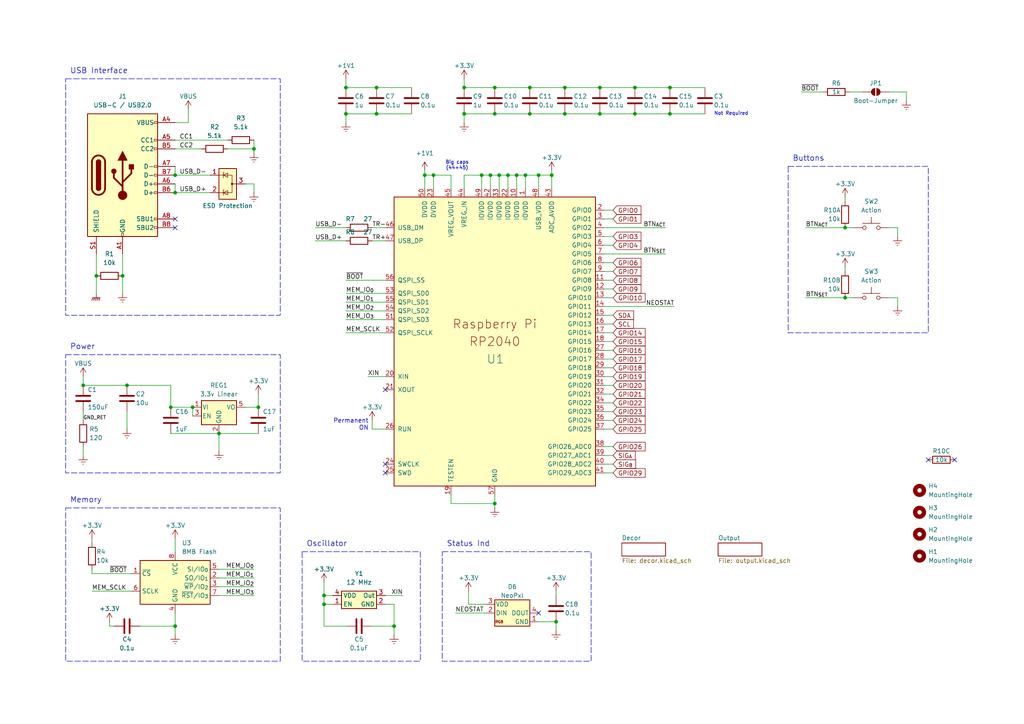
<source format=kicad_sch>
(kicad_sch (version 20231120) (generator "eeschema") (generator_version "8.0")
  (paper "A4")
  (lib_symbols
    (symbol "CAP_Standard_1" (pin_numbers hide) (pin_names (offset 0.254))
      (property "Reference" "C" (at 0.635 2.54 0))
      (property "Value" "CAP_Standard" (at 0.635 -2.54 0))
      (symbol "CAP_Standard_1_1_1"
        (pin passive line (at 0 3.81 270) (length 2.794) (name "~") (number "1"))
        (pin passive line (at 0 -3.81 90) (length 2.794) (name "~") (number "2"))
      )
    )
    (symbol "CAP_Standard_2" (pin_numbers hide) (pin_names (offset 0.254))
      (property "Reference" "C" (at 0.635 2.54 0))
      (property "Value" "CAP_Standard" (at 0.635 -2.54 0))
      (symbol "CAP_Standard_2_1_1"
        (pin passive line (at 0 3.81 270) (length 2.794) (name "~") (number "1"))
        (pin passive line (at 0 -3.81 90) (length 2.794) (name "~") (number "2"))
      )
    )
    (symbol "CAP_Standard_3" (pin_numbers hide) (pin_names (offset 0.254))
      (property "Reference" "C" (at 0.635 2.54 0))
      (property "Value" "CAP_Standard" (at 0.635 -2.54 0))
      (symbol "CAP_Standard_3_1_1"
        (pin passive line (at 0 3.81 270) (length 2.794) (name "~") (number "1"))
        (pin passive line (at 0 -3.81 90) (length 2.794) (name "~") (number "2"))
      )
    )
    (symbol "SW_Button_Push_1" (pin_numbers hide) (pin_names (offset 1.016) hide)
      (property "Reference" "SW" (at 1.27 2.54 0))
      (property "Value" "SW_Button_Push" (at 0 -1.524 0))
      (symbol "SW_Button_Push_1_0_1"
        (pin passive line (at -5.08 0 0) (length 2.54) (name "1") (number "1"))
        (pin passive line (at 5.08 0 180) (length 2.54) (name "2") (number "2"))
      )
    )
    (symbol "_custom:CAP_Standard" (pin_numbers hide) (pin_names (offset 0.254))
      (property "Reference" "C" (at 0.635 2.54 0))
      (property "Value" "CAP_Standard" (at 0.635 -2.54 0))
      (symbol "CAP_Standard_1_1"
        (pin passive line (at 0 3.81 270) (length 2.794) (name "~") (number "1"))
        (pin passive line (at 0 -3.81 90) (length 2.794) (name "~") (number "2"))
      )
    )
    (symbol "_custom:Flash_Standard"
      (property "Reference" "U" (at 2.54 12.7 0))
      (property "Value" "Flash_Standard" (at 8.89 8.89 0))
      (symbol "Flash_Standard_1_1"
        (pin input line (at -12.7 3.81 0) (length 2.54) (name "~{CS}") (number "1"))
        (pin bidirectional line (at 12.7 2.54 180) (length 2.54) (name "SO/IO_{1}") (number "2"))
        (pin bidirectional line (at 12.7 0 180) (length 2.54) (name "~{WP}/IO_{2}") (number "3"))
        (pin power_in line (at 0 -7.62 90) (length 2.54) (name "GND") (number "4"))
        (pin bidirectional line (at 12.7 5.08 180) (length 2.54) (name "SI/IO_{0}") (number "5"))
        (pin input line (at -12.7 -1.27 0) (length 2.54) (name "SCLK") (number "6"))
        (pin bidirectional line (at 12.7 -2.54 180) (length 2.54) (name "~{RST}/IO_{3}") (number "7"))
        (pin power_in line (at 0 10.16 270) (length 2.54) (name "VCC") (number "8"))
      )
    )
    (symbol "_custom:Jumper_Open" (pin_numbers hide) (pin_names (offset 0) hide) (exclude_from_sim yes) (in_bom no)
      (property "Reference" "JP" (at 0 2.032 0))
      (property "Value" "Jumper" (at 0 -2.54 0))
      (symbol "Jumper_Open_1_1"
        (pin passive line (at -3.81 0 0) (length 2.54) (name "A") (number "1"))
        (pin passive line (at 3.81 0 180) (length 2.54) (name "B") (number "2"))
      )
    )
    (symbol "_custom:LED_NeoPixel" (pin_names (offset 0.254))
      (property "Reference" "D" (at 0 7.62 0))
      (property "Value" "LED_NeoPixel" (at -6.35 6.35 0))
      (symbol "LED_NeoPixel_1_0"
        (text "RGB" (at -2.54 -2.54 0) (effects (font (size 0.762 0.762)) (justify right)))
      )
      (symbol "LED_NeoPixel_1_1"
        (pin power_in line (at 7.62 -2.54 180) (length 2.54) (name "GND") (number "1"))
        (pin input line (at -7.62 0 0) (length 2.54) (name "DIN") (number "2"))
        (pin power_in line (at -7.62 2.54 0) (length 2.54) (name "VDD") (number "3"))
        (pin output line (at 7.62 0 180) (length 2.54) (name "DOUT") (number "4"))
      )
    )
    (symbol "_custom:MountingHole" (pin_names (offset 1.016))
      (property "Reference" "H" (at 0 5.08 0))
      (property "Value" "MountingHole" (at 0 3.175 0))
    )
    (symbol "_custom:Oscillator_4pin"
      (property "Reference" "Y" (at 0 6.35 0))
      (property "Value" "Oscillator_4pin" (at 0 3.81 0))
      (symbol "Oscillator_4pin_1_1"
        (pin input line (at 7.62 1.27 180) (length 2.54) (name "EN") (number "1"))
        (pin power_in line (at -7.62 1.27 0) (length 2.54) (name "GND") (number "2"))
        (pin output line (at -7.62 -1.27 0) (length 2.54) (name "Out") (number "3"))
        (pin power_in line (at 7.62 -1.27 180) (length 2.54) (name "VDD") (number "4"))
      )
    )
    (symbol "_custom:RP2040" (pin_names (offset 1.016))
      (property "Reference" "U" (at -1.27 -5.08 0))
      (property "Value" "RP2040" (at 25.4 -43.18 0))
      (symbol "RP2040_0_0"
        (text "Raspberry Pi" (at 0 5.08 0) (effects (font (size 2.54 2.54))))
        (text "RP2040" (at 0 0 0) (effects (font (size 2.54 2.54))))
      )
      (symbol "RP2040_1_1"
        (pin power_in line (at 8.89 44.45 270) (length 2.54) (name "IOVDD") (number "1"))
        (pin power_in line (at 6.35 44.45 270) (length 2.54) (name "IOVDD") (number "10"))
        (pin bidirectional line (at 31.75 17.78 180) (length 2.54) (name "GPIO8") (number "11"))
        (pin bidirectional line (at 31.75 15.24 180) (length 2.54) (name "GPIO9") (number "12"))
        (pin bidirectional line (at 31.75 12.7 180) (length 2.54) (name "GPIO10") (number "13"))
        (pin bidirectional line (at 31.75 10.16 180) (length 2.54) (name "GPIO11") (number "14"))
        (pin bidirectional line (at 31.75 7.62 180) (length 2.54) (name "GPIO12") (number "15"))
        (pin bidirectional line (at 31.75 5.08 180) (length 2.54) (name "GPIO13") (number "16"))
        (pin bidirectional line (at 31.75 2.54 180) (length 2.54) (name "GPIO14") (number "17"))
        (pin bidirectional line (at 31.75 0 180) (length 2.54) (name "GPIO15") (number "18"))
        (pin passive line (at -12.7 -44.45 90) (length 2.54) (name "TESTEN") (number "19"))
        (pin bidirectional line (at 31.75 38.1 180) (length 2.54) (name "GPIO0") (number "2"))
        (pin input line (at -31.75 -10.16 0) (length 2.54) (name "XIN") (number "20"))
        (pin passive line (at -31.75 -13.97 0) (length 2.54) (name "XOUT") (number "21"))
        (pin power_in line (at 3.81 44.45 270) (length 2.54) (name "IOVDD") (number "22"))
        (pin power_in line (at -17.78 44.45 270) (length 2.54) (name "DVDD") (number "23"))
        (pin output line (at -31.75 -35.56 0) (length 2.54) (name "SWCLK") (number "24"))
        (pin bidirectional line (at -31.75 -38.1 0) (length 2.54) (name "SWD") (number "25"))
        (pin input line (at -31.75 -25.4 0) (length 2.54) (name "RUN") (number "26"))
        (pin bidirectional line (at 31.75 -2.54 180) (length 2.54) (name "GPIO16") (number "27"))
        (pin bidirectional line (at 31.75 -5.08 180) (length 2.54) (name "GPIO17") (number "28"))
        (pin bidirectional line (at 31.75 -7.62 180) (length 2.54) (name "GPIO18") (number "29"))
        (pin bidirectional line (at 31.75 35.56 180) (length 2.54) (name "GPIO1") (number "3"))
        (pin bidirectional line (at 31.75 -10.16 180) (length 2.54) (name "GPIO19") (number "30"))
        (pin bidirectional line (at 31.75 -12.7 180) (length 2.54) (name "GPIO20") (number "31"))
        (pin bidirectional line (at 31.75 -15.24 180) (length 2.54) (name "GPIO21") (number "32"))
        (pin power_in line (at 1.27 44.45 270) (length 2.54) (name "IOVDD") (number "33"))
        (pin bidirectional line (at 31.75 -17.78 180) (length 2.54) (name "GPIO22") (number "34"))
        (pin bidirectional line (at 31.75 -20.32 180) (length 2.54) (name "GPIO23") (number "35"))
        (pin bidirectional line (at 31.75 -22.86 180) (length 2.54) (name "GPIO24") (number "36"))
        (pin bidirectional line (at 31.75 -25.4 180) (length 2.54) (name "GPIO25") (number "37"))
        (pin bidirectional line (at 31.75 -30.48 180) (length 2.54) (name "GPIO26_ADC0") (number "38"))
        (pin bidirectional line (at 31.75 -33.02 180) (length 2.54) (name "GPIO27_ADC1") (number "39"))
        (pin bidirectional line (at 31.75 33.02 180) (length 2.54) (name "GPIO2") (number "4"))
        (pin bidirectional line (at 31.75 -35.56 180) (length 2.54) (name "GPIO28_ADC2") (number "40"))
        (pin bidirectional line (at 31.75 -38.1 180) (length 2.54) (name "GPIO29_ADC3") (number "41"))
        (pin power_in line (at -1.27 44.45 270) (length 2.54) (name "IOVDD") (number "42"))
        (pin power_in line (at 16.51 44.45 270) (length 2.54) (name "ADC_AVDD") (number "43"))
        (pin power_in line (at -8.89 44.45 270) (length 2.54) (name "VREG_IN") (number "44"))
        (pin power_out line (at -12.7 44.45 270) (length 2.54) (name "VREG_VOUT") (number "45"))
        (pin bidirectional line (at -31.75 33.02 0) (length 2.54) (name "USB_DM") (number "46"))
        (pin bidirectional line (at -31.75 29.21 0) (length 2.54) (name "USB_DP") (number "47"))
        (pin power_in line (at 12.7 44.45 270) (length 2.54) (name "USB_VDD") (number "48"))
        (pin power_in line (at -3.81 44.45 270) (length 2.54) (name "IOVDD") (number "49"))
        (pin bidirectional line (at 31.75 30.48 180) (length 2.54) (name "GPIO3") (number "5"))
        (pin power_in line (at -20.32 44.45 270) (length 2.54) (name "DVDD") (number "50"))
        (pin bidirectional line (at -31.75 6.35 0) (length 2.54) (name "QSPI_SD3") (number "51"))
        (pin output line (at -31.75 2.54 0) (length 2.54) (name "QSPI_SCLK") (number "52"))
        (pin bidirectional line (at -31.75 13.97 0) (length 2.54) (name "QSPI_SD0") (number "53"))
        (pin bidirectional line (at -31.75 8.89 0) (length 2.54) (name "QSPI_SD2") (number "54"))
        (pin bidirectional line (at -31.75 11.43 0) (length 2.54) (name "QSPI_SD1") (number "55"))
        (pin bidirectional line (at -31.75 17.78 0) (length 2.54) (name "QSPI_SS") (number "56"))
        (pin power_in line (at 0 -44.45 90) (length 2.54) (name "GND") (number "57"))
        (pin bidirectional line (at 31.75 27.94 180) (length 2.54) (name "GPIO4") (number "6"))
        (pin bidirectional line (at 31.75 25.4 180) (length 2.54) (name "GPIO5") (number "7"))
        (pin bidirectional line (at 31.75 22.86 180) (length 2.54) (name "GPIO6") (number "8"))
        (pin bidirectional line (at 31.75 20.32 180) (length 2.54) (name "GPIO7") (number "9"))
      )
    )
    (symbol "_custom:Regulator_SOT-25" (pin_names (offset 0.254))
      (property "Reference" "REG" (at -3.81 3.175 0))
      (property "Value" "Regulator" (at 0 3.175 0))
      (symbol "Regulator_SOT-25_1_1"
        (pin power_in line (at -7.62 0 0) (length 2.54) (name "VI") (number "1"))
        (pin power_in line (at 0 -7.62 90) (length 2.54) (name "GND") (number "2"))
        (pin input line (at -7.62 -2.54 0) (length 2.54) (name "EN") (number "3"))
        (pin no_connect line (at 7.62 -3.81 180) (length 2.54) hide (name "NC") (number "4"))
        (pin power_out line (at 7.62 0 180) (length 2.54) (name "VO") (number "5"))
      )
    )
    (symbol "_custom:Resistor_Array_4x" (pin_numbers hide) (pin_names (offset 0))
      (property "Reference" "R" (at 0 2.032 0))
      (property "Value" "R_Array" (at 0 -2.54 0))
      (symbol "Resistor_Array_4x_1_1"
        (pin passive line (at -3.81 0 0) (length 1.27) (name "~") (number "1"))
        (pin passive line (at 3.81 0 180) (length 1.27) (name "~") (number "2"))
      )
      (symbol "Resistor_Array_4x_2_1"
        (pin passive line (at -3.81 0 0) (length 1.27) (name "~") (number "3"))
        (pin passive line (at 3.81 0 180) (length 1.27) (name "~") (number "4"))
      )
      (symbol "Resistor_Array_4x_3_1"
        (pin passive line (at -3.81 0 0) (length 1.27) (name "~") (number "5"))
        (pin passive line (at 3.81 0 180) (length 1.27) (name "~") (number "6"))
      )
      (symbol "Resistor_Array_4x_4_1"
        (pin passive line (at -3.81 0 0) (length 1.27) (name "~") (number "7"))
        (pin passive line (at 3.81 0 180) (length 1.27) (name "~") (number "8"))
      )
    )
    (symbol "_custom:Resistor_Standard" (pin_numbers hide) (pin_names (offset 0))
      (property "Reference" "R" (at 2.032 0 90))
      (property "Value" "Resistor_Standard" (at -2.54 0 90))
      (symbol "Resistor_Standard_1_1"
        (pin passive line (at 0 3.81 270) (length 1.27) (name "~") (number "1"))
        (pin passive line (at 0 -3.81 90) (length 1.27) (name "~") (number "2"))
      )
    )
    (symbol "_custom:TVS_USB_ESD_Protection" (pin_names hide)
      (property "Reference" "D" (at 5.715 2.54 0))
      (property "Value" "TVS_USB_ESD_Protection" (at 5.715 0.635 0))
      (symbol "TVS_USB_ESD_Protection_0_0"
        (pin passive line (at 0 -5.08 90) (length 2.54) (name "A") (number "3"))
      )
      (symbol "TVS_USB_ESD_Protection_1_1"
        (pin passive line (at -2.54 5.08 270) (length 2.54) (name "K") (number "1"))
        (pin passive line (at 2.54 5.08 270) (length 2.54) (name "K") (number "2"))
      )
    )
    (symbol "_custom:USB_C_Receptacle_USB2.0_Only" (pin_names (offset 1.016))
      (property "Reference" "J" (at -10.16 19.05 0))
      (property "Value" "USB_C_Receptacle_USB2.0_Only" (at 19.05 19.05 0))
      (symbol "USB_C_Receptacle_USB2.0_Only_1_1"
        (pin passive line (at 0 -22.86 90) (length 5.08) (name "GND") (number "A1"))
        (pin passive line (at 0 -22.86 90) (length 5.08) hide (name "GND") (number "A12"))
        (pin passive line (at 15.24 15.24 180) (length 5.08) (name "VBUS") (number "A4"))
        (pin bidirectional line (at 15.24 10.16 180) (length 5.08) (name "CC1") (number "A5"))
        (pin bidirectional line (at 15.24 -2.54 180) (length 5.08) (name "D+") (number "A6"))
        (pin bidirectional line (at 15.24 2.54 180) (length 5.08) (name "D-") (number "A7"))
        (pin bidirectional line (at 15.24 -12.7 180) (length 5.08) (name "SBU1") (number "A8"))
        (pin passive line (at 15.24 15.24 180) (length 5.08) hide (name "VBUS") (number "A9"))
        (pin passive line (at 0 -22.86 90) (length 5.08) hide (name "GND") (number "B1"))
        (pin passive line (at 0 -22.86 90) (length 5.08) hide (name "GND") (number "B12"))
        (pin passive line (at 15.24 15.24 180) (length 5.08) hide (name "VBUS") (number "B4"))
        (pin bidirectional line (at 15.24 7.62 180) (length 5.08) (name "CC2") (number "B5"))
        (pin bidirectional line (at 15.24 -5.08 180) (length 5.08) (name "D+") (number "B6"))
        (pin bidirectional line (at 15.24 0 180) (length 5.08) (name "D-") (number "B7"))
        (pin bidirectional line (at 15.24 -15.24 180) (length 5.08) (name "SBU2") (number "B8"))
        (pin passive line (at 15.24 15.24 180) (length 5.08) hide (name "VBUS") (number "B9"))
        (pin passive line (at -7.62 -22.86 90) (length 5.08) (name "SHIELD") (number "S1"))
      )
    )
    (symbol "power:+1V1" (power) (pin_names (offset 0))
      (property "Value" "+1V1" (at 0 3.556 0))
      (symbol "+1V1_1_1"
        (pin power_in line (at 0 0 90) (length 0) hide (name "+1V1") (number "1"))
      )
    )
    (symbol "power:+3.3V" (power) (pin_names (offset 0))
      (property "Value" "+3.3V" (at 0 3.556 0))
      (symbol "+3.3V_1_1"
        (pin power_in line (at 0 0 90) (length 0) hide (name "+3.3V") (number "1"))
      )
    )
    (symbol "power:GNDPWR" (power) (pin_names (offset 0))
      (property "Value" "GNDPWR" (at 0 -3.302 0))
      (symbol "GNDPWR_1_1"
        (pin power_in line (at 0 0 270) (length 0) hide (name "GNDPWR") (number "1"))
      )
    )
    (symbol "power:GNDREF" (power) (pin_names (offset 0))
      (property "Value" "GNDREF" (at 0 -3.81 0))
      (symbol "GNDREF_1_1"
        (pin power_in line (at 0 0 270) (length 0) hide (name "GNDREF") (number "1"))
      )
    )
    (symbol "power:VBUS" (power) (pin_names (offset 0))
      (property "Value" "VBUS" (at 0 3.81 0))
      (symbol "VBUS_1_1"
        (pin power_in line (at 0 0 90) (length 0) hide (name "VBUS") (number "1"))
      )
    )
  )
  (junction (at 143.51 25.4))
  (junction (at 245.11 66.04))
  (junction (at 173.99 33.02))
  (junction (at 184.15 25.4))
  (junction (at 125.73 50.8))
  (junction (at 149.86 50.8))
  (junction (at 156.21 50.8))
  (junction (at 27.94 80.01))
  (junction (at 36.83 111.76))
  (junction (at 142.24 50.8))
  (junction (at 163.83 33.02))
  (junction (at 100.33 33.02))
  (junction (at 109.22 33.02))
  (junction (at 184.15 33.02))
  (junction (at 24.13 111.76))
  (junction (at 93.98 172.72))
  (junction (at 160.02 50.8))
  (junction (at 63.5 125.73))
  (junction (at 114.3 181.61))
  (junction (at 123.19 50.8))
  (junction (at 50.8 50.8))
  (junction (at 93.98 175.26))
  (junction (at 194.31 25.4))
  (junction (at 49.53 118.11))
  (junction (at 73.66 43.18))
  (junction (at 100.33 25.4))
  (junction (at 173.99 25.4))
  (junction (at 194.31 33.02))
  (junction (at 50.8 181.61))
  (junction (at 147.32 50.8))
  (junction (at 134.62 33.02))
  (junction (at 144.78 50.8))
  (junction (at 143.51 146.05))
  (junction (at 143.51 33.02))
  (junction (at 153.67 33.02))
  (junction (at 74.93 118.11))
  (junction (at 50.8 55.88))
  (junction (at 139.7 50.8))
  (junction (at 245.11 86.36))
  (junction (at 163.83 25.4))
  (junction (at 35.56 80.01))
  (junction (at 152.4 50.8))
  (junction (at 109.22 25.4))
  (junction (at 161.29 180.34))
  (junction (at 134.62 25.4))
  (junction (at 55.88 118.11))
  (junction (at 153.67 25.4))
  (no_connect (at 50.8 66.04))
  (no_connect (at 269.24 133.35))
  (no_connect (at 111.76 134.62))
  (no_connect (at 111.76 137.16))
  (no_connect (at 276.86 133.35))
  (no_connect (at 156.21 177.8))
  (no_connect (at 111.76 113.03))
  (no_connect (at 50.8 63.5))
  (wire (pts (xy 71.12 53.34) (xy 73.66 53.34)))
  (wire (pts (xy 175.26 129.54) (xy 177.8 129.54)))
  (wire (pts (xy 93.98 175.26) (xy 93.98 172.72)))
  (wire (pts (xy 96.52 172.72) (xy 93.98 172.72)))
  (wire (pts (xy 143.51 33.02) (xy 153.67 33.02)))
  (wire (pts (xy 139.7 50.8) (xy 139.7 54.61)))
  (wire (pts (xy 33.02 181.61) (xy 31.75 181.61)))
  (wire (pts (xy 100.33 181.61) (xy 93.98 181.61)))
  (wire (pts (xy 149.86 50.8) (xy 149.86 54.61)))
  (wire (pts (xy 36.83 111.76) (xy 49.53 111.76)))
  (wire (pts (xy 147.32 50.8) (xy 149.86 50.8)))
  (wire (pts (xy 144.78 50.8) (xy 144.78 54.61)))
  (wire (pts (xy 245.11 66.04) (xy 247.65 66.04)))
  (wire (pts (xy 163.83 25.4) (xy 173.99 25.4)))
  (wire (pts (xy 100.33 87.63) (xy 111.76 87.63)))
  (wire (pts (xy 26.67 165.1) (xy 26.67 166.37)))
  (wire (pts (xy 257.81 86.36) (xy 260.35 86.36)))
  (wire (pts (xy 134.62 25.4) (xy 143.51 25.4)))
  (wire (pts (xy 107.95 66.04) (xy 111.76 66.04)))
  (wire (pts (xy 27.94 80.01) (xy 27.94 85.09)))
  (wire (pts (xy 130.81 54.61) (xy 130.81 50.8)))
  (wire (pts (xy 27.94 73.66) (xy 27.94 80.01)))
  (wire (pts (xy 26.67 156.21) (xy 26.67 157.48)))
  (wire (pts (xy 233.68 66.04) (xy 245.11 66.04)))
  (wire (pts (xy 134.62 54.61) (xy 134.62 50.8)))
  (wire (pts (xy 175.26 76.2) (xy 177.8 76.2)))
  (wire (pts (xy 109.22 33.02) (xy 119.38 33.02)))
  (wire (pts (xy 175.26 71.12) (xy 177.8 71.12)))
  (wire (pts (xy 143.51 25.4) (xy 153.67 25.4)))
  (wire (pts (xy 91.44 66.04) (xy 100.33 66.04)))
  (wire (pts (xy 111.76 175.26) (xy 114.3 175.26)))
  (wire (pts (xy 50.8 53.34) (xy 50.8 55.88)))
  (wire (pts (xy 175.26 66.04) (xy 193.04 66.04)))
  (wire (pts (xy 74.93 114.3) (xy 74.93 118.11)))
  (wire (pts (xy 175.26 93.98) (xy 177.8 93.98)))
  (wire (pts (xy 54.61 35.56) (xy 54.61 31.75)))
  (wire (pts (xy 260.35 66.04) (xy 260.35 68.58)))
  (wire (pts (xy 123.19 50.8) (xy 123.19 54.61)))
  (wire (pts (xy 100.33 33.02) (xy 109.22 33.02)))
  (wire (pts (xy 175.26 86.36) (xy 177.8 86.36)))
  (wire (pts (xy 107.95 124.46) (xy 107.95 121.92)))
  (wire (pts (xy 40.64 181.61) (xy 50.8 181.61)))
  (wire (pts (xy 140.97 175.26) (xy 135.89 175.26)))
  (wire (pts (xy 71.12 118.11) (xy 74.93 118.11)))
  (wire (pts (xy 26.67 166.37) (xy 38.1 166.37)))
  (wire (pts (xy 147.32 50.8) (xy 147.32 54.61)))
  (wire (pts (xy 50.8 35.56) (xy 54.61 35.56)))
  (wire (pts (xy 175.26 73.66) (xy 193.04 73.66)))
  (wire (pts (xy 152.4 50.8) (xy 156.21 50.8)))
  (wire (pts (xy 100.33 92.71) (xy 111.76 92.71)))
  (wire (pts (xy 175.26 60.96) (xy 177.8 60.96)))
  (wire (pts (xy 142.24 50.8) (xy 144.78 50.8)))
  (wire (pts (xy 153.67 33.02) (xy 163.83 33.02)))
  (wire (pts (xy 111.76 124.46) (xy 107.95 124.46)))
  (wire (pts (xy 130.81 50.8) (xy 125.73 50.8)))
  (wire (pts (xy 233.68 86.36) (xy 245.11 86.36)))
  (wire (pts (xy 73.66 43.18) (xy 73.66 44.45)))
  (wire (pts (xy 100.33 33.02) (xy 100.33 35.56)))
  (wire (pts (xy 257.81 26.67) (xy 262.89 26.67)))
  (wire (pts (xy 144.78 50.8) (xy 147.32 50.8)))
  (wire (pts (xy 55.88 118.11) (xy 55.88 120.65)))
  (wire (pts (xy 260.35 86.36) (xy 260.35 88.9)))
  (wire (pts (xy 194.31 33.02) (xy 204.47 33.02)))
  (wire (pts (xy 132.08 177.8) (xy 140.97 177.8)))
  (wire (pts (xy 232.41 26.67) (xy 238.76 26.67)))
  (wire (pts (xy 50.8 48.26) (xy 50.8 50.8)))
  (wire (pts (xy 156.21 50.8) (xy 160.02 50.8)))
  (wire (pts (xy 184.15 25.4) (xy 194.31 25.4)))
  (wire (pts (xy 156.21 180.34) (xy 161.29 180.34)))
  (wire (pts (xy 107.95 69.85) (xy 111.76 69.85)))
  (wire (pts (xy 63.5 125.73) (xy 63.5 130.81)))
  (wire (pts (xy 175.26 78.74) (xy 177.8 78.74)))
  (wire (pts (xy 175.26 114.3) (xy 177.8 114.3)))
  (wire (pts (xy 175.26 104.14) (xy 177.8 104.14)))
  (wire (pts (xy 100.33 81.28) (xy 111.76 81.28)))
  (wire (pts (xy 93.98 172.72) (xy 93.98 168.91)))
  (wire (pts (xy 134.62 33.02) (xy 134.62 35.56)))
  (wire (pts (xy 31.75 181.61) (xy 31.75 180.34)))
  (wire (pts (xy 175.26 109.22) (xy 177.8 109.22)))
  (wire (pts (xy 24.13 129.54) (xy 24.13 132.08)))
  (wire (pts (xy 160.02 50.8) (xy 160.02 54.61)))
  (wire (pts (xy 175.26 116.84) (xy 177.8 116.84)))
  (wire (pts (xy 107.95 181.61) (xy 114.3 181.61)))
  (wire (pts (xy 63.5 167.64) (xy 73.66 167.64)))
  (wire (pts (xy 130.81 143.51) (xy 130.81 146.05)))
  (wire (pts (xy 63.5 170.18) (xy 73.66 170.18)))
  (wire (pts (xy 66.04 43.18) (xy 73.66 43.18)))
  (wire (pts (xy 175.26 68.58) (xy 177.8 68.58)))
  (wire (pts (xy 125.73 50.8) (xy 123.19 50.8)))
  (wire (pts (xy 63.5 172.72) (xy 73.66 172.72)))
  (wire (pts (xy 175.26 134.62) (xy 177.8 134.62)))
  (wire (pts (xy 35.56 73.66) (xy 35.56 80.01)))
  (wire (pts (xy 175.26 121.92) (xy 177.8 121.92)))
  (wire (pts (xy 149.86 50.8) (xy 152.4 50.8)))
  (wire (pts (xy 49.53 118.11) (xy 49.53 111.76)))
  (wire (pts (xy 100.33 22.86) (xy 100.33 25.4)))
  (wire (pts (xy 175.26 63.5) (xy 177.8 63.5)))
  (wire (pts (xy 100.33 85.09) (xy 111.76 85.09)))
  (wire (pts (xy 35.56 80.01) (xy 35.56 85.09)))
  (wire (pts (xy 26.67 171.45) (xy 38.1 171.45)))
  (wire (pts (xy 245.11 86.36) (xy 247.65 86.36)))
  (wire (pts (xy 50.8 43.18) (xy 58.42 43.18)))
  (wire (pts (xy 49.53 125.73) (xy 63.5 125.73)))
  (wire (pts (xy 143.51 146.05) (xy 143.51 147.32)))
  (wire (pts (xy 160.02 49.53) (xy 160.02 50.8)))
  (wire (pts (xy 173.99 25.4) (xy 184.15 25.4)))
  (wire (pts (xy 194.31 25.4) (xy 204.47 25.4)))
  (wire (pts (xy 109.22 25.4) (xy 119.38 25.4)))
  (wire (pts (xy 50.8 181.61) (xy 50.8 184.15)))
  (wire (pts (xy 175.26 111.76) (xy 177.8 111.76)))
  (wire (pts (xy 175.26 99.06) (xy 177.8 99.06)))
  (wire (pts (xy 175.26 119.38) (xy 177.8 119.38)))
  (wire (pts (xy 135.89 175.26) (xy 135.89 171.45)))
  (wire (pts (xy 175.26 124.46) (xy 177.8 124.46)))
  (wire (pts (xy 175.26 137.16) (xy 177.8 137.16)))
  (wire (pts (xy 175.26 106.68) (xy 177.8 106.68)))
  (wire (pts (xy 91.44 69.85) (xy 100.33 69.85)))
  (wire (pts (xy 100.33 96.52) (xy 111.76 96.52)))
  (wire (pts (xy 63.5 125.73) (xy 74.93 125.73)))
  (wire (pts (xy 50.8 50.8) (xy 60.96 50.8)))
  (wire (pts (xy 50.8 55.88) (xy 60.96 55.88)))
  (wire (pts (xy 114.3 175.26) (xy 114.3 181.61)))
  (wire (pts (xy 106.68 109.22) (xy 111.76 109.22)))
  (wire (pts (xy 175.26 81.28) (xy 177.8 81.28)))
  (wire (pts (xy 63.5 165.1) (xy 73.66 165.1)))
  (wire (pts (xy 93.98 181.61) (xy 93.98 175.26)))
  (wire (pts (xy 139.7 50.8) (xy 142.24 50.8)))
  (wire (pts (xy 55.88 118.11) (xy 49.53 118.11)))
  (wire (pts (xy 246.38 26.67) (xy 250.19 26.67)))
  (wire (pts (xy 134.62 22.86) (xy 134.62 25.4)))
  (wire (pts (xy 175.26 96.52) (xy 177.8 96.52)))
  (wire (pts (xy 152.4 50.8) (xy 152.4 54.61)))
  (wire (pts (xy 134.62 50.8) (xy 139.7 50.8)))
  (wire (pts (xy 100.33 25.4) (xy 109.22 25.4)))
  (wire (pts (xy 125.73 50.8) (xy 125.73 54.61)))
  (wire (pts (xy 245.11 77.47) (xy 245.11 78.74)))
  (wire (pts (xy 175.26 132.08) (xy 177.8 132.08)))
  (wire (pts (xy 161.29 171.45) (xy 161.29 172.72)))
  (wire (pts (xy 111.76 172.72) (xy 116.84 172.72)))
  (wire (pts (xy 142.24 50.8) (xy 142.24 54.61)))
  (wire (pts (xy 153.67 25.4) (xy 163.83 25.4)))
  (wire (pts (xy 96.52 175.26) (xy 93.98 175.26)))
  (wire (pts (xy 156.21 50.8) (xy 156.21 54.61)))
  (wire (pts (xy 245.11 57.15) (xy 245.11 58.42)))
  (wire (pts (xy 130.81 146.05) (xy 143.51 146.05)))
  (wire (pts (xy 123.19 49.53) (xy 123.19 50.8)))
  (wire (pts (xy 134.62 33.02) (xy 143.51 33.02)))
  (wire (pts (xy 163.83 33.02) (xy 173.99 33.02)))
  (wire (pts (xy 50.8 177.8) (xy 50.8 181.61)))
  (wire (pts (xy 257.81 66.04) (xy 260.35 66.04)))
  (wire (pts (xy 184.15 33.02) (xy 194.31 33.02)))
  (wire (pts (xy 50.8 40.64) (xy 66.04 40.64)))
  (wire (pts (xy 50.8 156.21) (xy 50.8 160.02)))
  (wire (pts (xy 175.26 83.82) (xy 177.8 83.82)))
  (wire (pts (xy 114.3 181.61) (xy 114.3 184.15)))
  (wire (pts (xy 173.99 33.02) (xy 184.15 33.02)))
  (wire (pts (xy 73.66 53.34) (xy 73.66 55.88)))
  (wire (pts (xy 161.29 180.34) (xy 161.29 182.88)))
  (wire (pts (xy 36.83 119.38) (xy 36.83 124.46)))
  (wire (pts (xy 73.66 40.64) (xy 73.66 43.18)))
  (wire (pts (xy 100.33 90.17) (xy 111.76 90.17)))
  (wire (pts (xy 24.13 109.22) (xy 24.13 111.76)))
  (wire (pts (xy 24.13 111.76) (xy 36.83 111.76)))
  (wire (pts (xy 24.13 119.38) (xy 24.13 121.92)))
  (wire (pts (xy 175.26 101.6) (xy 177.8 101.6)))
  (wire (pts (xy 262.89 26.67) (xy 262.89 29.21)))
  (wire (pts (xy 175.26 91.44) (xy 177.8 91.44)))
  (wire (pts (xy 175.26 88.9) (xy 195.58 88.9)))
  (wire (pts (xy 143.51 143.51) (xy 143.51 146.05)))
  (rectangle (start 128.27 160.02) (end 171.45 191.77) (stroke (width 0) (type dash)))
  (rectangle (start 228.6 48.26) (end 269.24 96.52) (stroke (width 0) (type dash)))
  (rectangle (start 19.05 22.86) (end 81.28 91.44) (stroke (width 0) (type dash)))
  (rectangle (start 19.05 147.32) (end 81.28 191.77) (stroke (width 0) (type dash)))
  (rectangle (start 87.63 160.02) (end 121.92 191.77) (stroke (width 0) (type dash)))
  (rectangle (start 19.05 102.87) (end 81.28 137.16) (stroke (width 0) (type dash)))
  (text "Big caps\n(44+45)" (at 132.588 48.006 0) (effects (font (size 1 1))))
  (text "USB Interface" (at 20.32 21.59 0) (effects (font (size 1.6 1.6)) (justify left bottom)))
  (text "Power" (at 20.32 101.6 0) (effects (font (size 1.6 1.6)) (justify left bottom)))
  (text "Status Ind" (at 129.54 158.75 0) (effects (font (size 1.6 1.6)) (justify left bottom)))
  (text "Permanent\nON" (at 106.934 123.19 0) (effects (font (size 1.27 1.27)) (justify right)))
  (text "Oscillator" (at 88.9 158.75 0) (effects (font (size 1.6 1.6)) (justify left bottom)))
  (text "Memory" (at 20.32 146.05 0) (effects (font (size 1.6 1.6)) (justify left bottom)))
  (text "Buttons" (at 229.87 46.99 0) (effects (font (size 1.6 1.6)) (justify left bottom)))
  (text "Not Required" (at 212.09 33.02 0) (effects (font (size 1 1))))
  (label "MEM_IO_{1}" (at 73.66 167.64 180))
  (label "MEM_IO_{2}" (at 100.33 90.17 0))
  (label "XIN" (at 106.68 109.22 0))
  (label "~{BOOT}" (at 232.41 26.67 0))
  (label "MEM_IO_{2}" (at 73.66 170.18 180))
  (label "CC2" (at 52.07 43.18 0))
  (label "BTN_{ACT}" (at 233.68 66.04 0))
  (label "USB_D+" (at 52.07 55.88 0))
  (label "CC1" (at 52.07 40.64 0))
  (label "MEM_SCLK" (at 26.67 171.45 0))
  (label "NEOSTAT" (at 195.58 88.9 180))
  (label "BTN_{SET}" (at 193.04 73.66 180))
  (label "USB_D-" (at 52.07 50.8 0))
  (label "BTN_{SET}" (at 233.68 86.36 0))
  (label "TR+" (at 107.95 69.85 0))
  (label "MEM_SCLK" (at 100.33 96.52 0))
  (label "BTN_{ACT}" (at 193.04 66.04 180))
  (label "USB_D+" (at 91.44 69.85 0))
  (label "NEOSTAT" (at 132.08 177.8 0))
  (label "MEM_IO_{0}" (at 100.33 85.09 0))
  (label "MEM_IO_{1}" (at 100.33 87.63 0))
  (label "MEM_IO_{0}" (at 73.66 165.1 180))
  (label "USB_D-" (at 91.44 66.04 0))
  (label "~{BOOT}" (at 31.75 166.37 0))
  (label "MEM_IO_{3}" (at 100.33 92.71 0))
  (label "~{BOOT}" (at 100.33 81.28 0))
  (label "TR-" (at 107.95 66.04 0))
  (label "MEM_IO_{3}" (at 73.66 172.72 180))
  (label "XIN" (at 116.84 172.72 180))
  (label "GND_RET" (at 24.13 121.92 0) (effects (font (size 1 1))))
  (global_label "GPIO6" (shape input) (at 177.8 76.2 0) (property "Intersheetrefs" "${INTERSHEET_REFS}" (effects (hide yes))))
  (global_label "SCL" (shape input) (at 177.8 93.98 0) (property "Intersheetrefs" "${INTERSHEET_REFS}" (effects (hide yes))))
  (global_label "GPIO7" (shape input) (at 177.8 78.74 0) (property "Intersheetrefs" "${INTERSHEET_REFS}" (effects (hide yes))))
  (global_label "GPIO0" (shape input) (at 177.8 60.96 0) (property "Intersheetrefs" "${INTERSHEET_REFS}" (effects (hide yes))))
  (global_label "GPIO4" (shape input) (at 177.8 71.12 0) (property "Intersheetrefs" "${INTERSHEET_REFS}" (effects (hide yes))))
  (global_label "GPIO24" (shape input) (at 177.8 121.92 0) (property "Intersheetrefs" "${INTERSHEET_REFS}" (effects (hide yes))))
  (global_label "SDA" (shape input) (at 177.8 91.44 0) (property "Intersheetrefs" "${INTERSHEET_REFS}" (effects (hide yes))))
  (global_label "GPIO26" (shape input) (at 177.8 129.54 0) (property "Intersheetrefs" "${INTERSHEET_REFS}" (effects (hide yes))))
  (global_label "GPIO18" (shape input) (at 177.8 106.68 0) (property "Intersheetrefs" "${INTERSHEET_REFS}" (effects (hide yes))))
  (global_label "GPIO9" (shape input) (at 177.8 83.82 0) (property "Intersheetrefs" "${INTERSHEET_REFS}" (effects (hide yes))))
  (global_label "GPIO16" (shape input) (at 177.8 101.6 0) (property "Intersheetrefs" "${INTERSHEET_REFS}" (effects (hide yes))))
  (global_label "GPIO19" (shape input) (at 177.8 109.22 0) (property "Intersheetrefs" "${INTERSHEET_REFS}" (effects (hide yes))))
  (global_label "GPIO22" (shape input) (at 177.8 116.84 0) (property "Intersheetrefs" "${INTERSHEET_REFS}" (effects (hide yes))))
  (global_label "GPIO14" (shape input) (at 177.8 96.52 0) (property "Intersheetrefs" "${INTERSHEET_REFS}" (effects (hide yes))))
  (global_label "GPIO25" (shape input) (at 177.8 124.46 0) (property "Intersheetrefs" "${INTERSHEET_REFS}" (effects (hide yes))))
  (global_label "GPIO21" (shape input) (at 177.8 114.3 0) (property "Intersheetrefs" "${INTERSHEET_REFS}" (effects (hide yes))))
  (global_label "SIG_{B}" (shape input) (at 177.8 134.62 0) (property "Intersheetrefs" "${INTERSHEET_REFS}" (effects (hide yes))))
  (global_label "GPIO23" (shape input) (at 177.8 119.38 0) (property "Intersheetrefs" "${INTERSHEET_REFS}" (effects (hide yes))))
  (global_label "GPIO3" (shape input) (at 177.8 68.58 0) (property "Intersheetrefs" "${INTERSHEET_REFS}" (effects (hide yes))))
  (global_label "GPIO20" (shape input) (at 177.8 111.76 0) (property "Intersheetrefs" "${INTERSHEET_REFS}" (effects (hide yes))))
  (global_label "SIG_{A}" (shape input) (at 177.8 132.08 0) (property "Intersheetrefs" "${INTERSHEET_REFS}" (effects (hide yes))))
  (global_label "GPIO29" (shape input) (at 177.8 137.16 0) (property "Intersheetrefs" "${INTERSHEET_REFS}" (effects (hide yes))))
  (global_label "GPIO15" (shape input) (at 177.8 99.06 0) (property "Intersheetrefs" "${INTERSHEET_REFS}" (effects (hide yes))))
  (global_label "GPIO1" (shape input) (at 177.8 63.5 0) (property "Intersheetrefs" "${INTERSHEET_REFS}" (effects (hide yes))))
  (global_label "GPIO8" (shape input) (at 177.8 81.28 0) (property "Intersheetrefs" "${INTERSHEET_REFS}" (effects (hide yes))))
  (global_label "GPIO17" (shape input) (at 177.8 104.14 0) (property "Intersheetrefs" "${INTERSHEET_REFS}" (effects (hide yes))))
  (global_label "GPIO10" (shape input) (at 177.8 86.36 0) (property "Intersheetrefs" "${INTERSHEET_REFS}" (effects (hide yes))))
  (symbol (lib_id "_custom:Flash_Standard") (at 50.8 170.18 0) (unit 1)
    (property "Reference" "U3" (at 52.7559 157.48 0) (effects (justify left)))
    (property "Value" "8MB Flash" (at 52.7559 160.02 0) (effects (justify left)))
    (property "Footprint" "_custom:flash_SMD_XSON-8_4x4mm" (effects (hide yes)))
  )
  (symbol (lib_id "_custom:CAP_Standard") (at 119.38 29.21 0) (unit 1)
    (property "Reference" "C8" (at 121.92 27.94 0) (effects (justify left)))
    (property "Value" "0.1u" (at 121.92 30.48 0) (effects (justify left)))
    (property "Footprint" "_custom:CAP_0402_HandSolder" (effects (hide yes)))
  )
  (symbol (lib_id "_custom:USB_C_Receptacle_USB2.0_Only") (at 35.56 50.8 0) (unit 1)
    (property "Reference" "J1" (at 35.56 27.94 0))
    (property "Value" "USB-C / USB2.0" (at 35.56 30.48 0))
    (property "Footprint" "_custom:USB_C_Receptacle_SMD_GCT" (effects (hide yes)))
    (property "Datasheet" "https://www.usb.org/sites/default/files/documents/usb_type-c.zip" (effects (hide yes)))
  )
  (symbol (lib_name "CAP_Standard_2") (lib_id "_custom:CAP_Standard") (at 49.53 121.92 0) (unit 1)
    (property "Reference" "C16" (at 50.8 119.38 0) (effects (justify left)))
    (property "Value" "1uF" (at 50.8 124.46 0) (effects (justify left)))
    (property "Footprint" "_custom:CAP_0805_HandSolder" (effects (hide yes)))
    (property "Description" "Unpolarized capacitor" (effects (hide yes)))
  )
  (symbol (lib_id "power:+3.3V") (at 107.95 121.92 0) (unit 1)
    (property "Reference" "#PWR017" (effects (hide yes)))
    (property "Value" "+3.3V" (at 107.95 118.11 0))
  )
  (symbol (lib_id "_custom:CAP_Standard") (at 109.22 29.21 0) (unit 1)
    (property "Reference" "C7" (at 111.76 27.94 0) (effects (justify left)))
    (property "Value" "0.1u" (at 111.76 30.48 0) (effects (justify left)))
    (property "Footprint" "_custom:CAP_0402_HandSolder" (effects (hide yes)))
  )
  (symbol (lib_id "_custom:Oscillator_4pin") (at 104.14 173.99 180) (unit 1)
    (property "Reference" "Y1" (at 104.14 166.37 0))
    (property "Value" "12 MHz" (at 104.14 168.91 0))
    (property "Footprint" "_custom:XO_Osc_4-SMD_3.2x2.5" (effects (hide yes)))
  )
  (symbol (lib_id "power:GNDREF") (at 73.66 44.45 0) (unit 1)
    (property "Reference" "#PWR013" (effects (hide yes)))
    (property "Value" "GNDREF" (effects (hide yes)))
  )
  (symbol (lib_id "_custom:Resistor_Standard") (at 242.57 26.67 90) (unit 1)
    (property "Reference" "R6" (at 242.57 24.13 90))
    (property "Value" "1k" (at 242.57 26.67 90))
    (property "Footprint" "_custom:R_0603_HandSolder" (effects (hide yes)))
    (property "Description" "Resistor" (effects (hide yes)))
  )
  (symbol (lib_id "_custom:CAP_Standard") (at 161.29 176.53 0) (unit 1)
    (property "Reference" "C18" (at 163.83 175.26 0) (effects (justify left)))
    (property "Value" "0.1u" (at 163.83 177.8 0) (effects (justify left)))
    (property "Footprint" "_custom:CAP_0402_HandSolder" (effects (hide yes)))
  )
  (symbol (lib_id "_custom:Jumper_Open") (at 254 26.67 0) (unit 1) (exclude_from_sim yes) (in_bom no)
    (property "Reference" "JP1" (at 254 24.13 0))
    (property "Value" "Boot-Jumper" (at 254 29.21 0))
    (property "Footprint" "_custom:Jumper_Open_SMD_3.5mm" (effects (hide yes)))
    (property "Description" "Circuit jumper (default open)" (effects (hide yes)))
  )
  (symbol (lib_id "_custom:Regulator_SOT-25") (at 63.5 118.11 0) (unit 1)
    (property "Reference" "REG1" (at 63.5 111.76 0))
    (property "Value" "3.3v Linear" (at 63.5 114.3 0))
    (property "Footprint" "_custom:reg_SMD_SOT-25" (effects (hide yes)))
    (property "Description" "Small regulator" (effects (hide yes)))
  )
  (symbol (lib_id "_custom:Resistor_Standard") (at 26.67 161.29 180) (unit 1)
    (property "Reference" "R4" (at 27.94 160.02 0) (effects (justify right)))
    (property "Value" "10k" (at 27.94 162.56 0) (effects (justify right)))
    (property "Footprint" "_custom:R_0603_HandSolder" (effects (hide yes)))
  )
  (symbol (lib_id "_custom:CAP_Standard") (at 184.15 29.21 0) (unit 1)
    (property "Reference" "C14" (at 186.69 27.94 0) (effects (justify left)))
    (property "Value" "0.1u" (at 186.69 30.48 0) (effects (justify left)))
    (property "Footprint" "_custom:CAP_0402_HandSolder" (effects (hide yes)))
  )
  (symbol (lib_id "_custom:CAP_Standard") (at 143.51 29.21 0) (unit 1)
    (property "Reference" "C10" (at 146.05 27.94 0) (effects (justify left)))
    (property "Value" "0.1u" (at 146.05 30.48 0) (effects (justify left)))
    (property "Footprint" "_custom:CAP_0402_HandSolder" (effects (hide yes)))
  )
  (symbol (lib_id "power:GNDREF") (at 262.89 29.21 0) (unit 1)
    (property "Reference" "#PWR018" (effects (hide yes)))
    (property "Value" "GNDREF" (effects (hide yes)))
  )
  (symbol (lib_id "_custom:RP2040") (at 143.51 99.06 0) (unit 1)
    (property "Reference" "U1" (at 140.97 104.14 0) (effects (font (size 2.5 2.5)) (justify left)))
    (property "Value" "RP2040" (effects (hide yes)))
    (property "Footprint" "_custom:RP2040_QFN-56" (effects (hide yes)))
  )
  (symbol (lib_id "power:GNDREF") (at 36.83 124.46 0) (unit 1)
    (property "Reference" "#PWR06" (effects (hide yes)))
    (property "Value" "GNDREF" (effects (hide yes)))
  )
  (symbol (lib_id "power:+3.3V") (at 50.8 156.21 0) (unit 1)
    (property "Reference" "#PWR08" (effects (hide yes)))
    (property "Value" "+3.3V" (at 50.8 152.4 0))
  )
  (symbol (lib_id "_custom:MountingHole") (at 266.7 161.29 0) (unit 1)
    (property "Reference" "H1" (at 269.24 160.0199 0) (effects (justify left)))
    (property "Value" "MountingHole" (at 269.24 162.5599 0) (effects (justify left)))
    (property "Footprint" "_custom:MountingHole_M2.5" (effects (hide yes)))
    (property "Description" "Mounting Hole without connection" (effects (hide yes)))
  )
  (symbol (lib_name "CAP_Standard_1") (lib_id "_custom:CAP_Standard") (at 24.13 115.57 0) (unit 1)
    (property "Reference" "C1" (at 25.4 113.03 0) (effects (justify left)))
    (property "Value" "150uF" (at 25.4 118.11 0) (effects (justify left)))
    (property "Footprint" "_custom:CAP_Tantalum_2312" (effects (hide yes)))
    (property "Description" "Unpolarized capacitor" (effects (hide yes)))
  )
  (symbol (lib_id "_custom:CAP_Standard") (at 163.83 29.21 0) (unit 1)
    (property "Reference" "C12" (at 166.37 27.94 0) (effects (justify left)))
    (property "Value" "0.1u" (at 166.37 30.48 0) (effects (justify left)))
    (property "Footprint" "_custom:CAP_0402_HandSolder" (effects (hide yes)))
  )
  (symbol (lib_id "_custom:Resistor_Array_4x") (at 245.11 62.23 90) (unit 1)
    (property "Reference" "R10" (at 243.84 60.96 90) (effects (justify left)))
    (property "Value" "10k" (at 243.84 63.5 90) (effects (justify left)))
    (property "Footprint" "_custom:R_Array_4x1206_Convex" (effects (hide yes)))
    (property "Description" "Resistor" (effects (hide yes)))
  )
  (symbol (lib_id "_custom:Resistor_Array_4x") (at 245.11 82.55 90) (unit 2)
    (property "Reference" "R10" (at 243.84 81.28 90) (effects (justify left)))
    (property "Value" "10k" (at 243.84 83.82 90) (effects (justify left)))
    (property "Footprint" "_custom:R_Array_4x1206_Convex" (effects (hide yes)))
    (property "Description" "Resistor" (effects (hide yes)))
  )
  (symbol (lib_name "CAP_Standard_3") (lib_id "_custom:CAP_Standard") (at 36.83 115.57 0) (unit 1)
    (property "Reference" "C2" (at 39.37 114.3 0) (effects (justify left)))
    (property "Value" "10u" (at 39.37 116.84 0) (effects (justify left)))
    (property "Footprint" "_custom:CAP_1206_NoKeepout" (effects (hide yes)))
    (property "Description" "Unpolarized capacitor" (effects (hide yes)))
  )
  (symbol (lib_id "_custom:TVS_USB_ESD_Protection") (at 66.04 53.34 90) (mirror x) (unit 1)
    (property "Reference" "D1" (effects (hide yes)))
    (property "Value" "ESD Protection" (at 66.04 59.69 90))
    (property "Footprint" "_custom:tvs_USB2_SOT-723" (effects (hide yes)))
    (property "Datasheet" "http://www.littelfuse.com/~/media/files/littelfuse/technical%20resources/documents/data%20sheets/sp05xxba.pdf" (effects (hide yes)))
  )
  (symbol (lib_id "power:GNDREF") (at 143.51 147.32 0) (unit 1)
    (property "Reference" "#PWR023" (effects (hide yes)))
    (property "Value" "GNDREF" (effects (hide yes)))
  )
  (symbol (lib_id "_custom:CAP_Standard") (at 100.33 29.21 0) (unit 1)
    (property "Reference" "C6" (at 102.87 27.94 0) (effects (justify left)))
    (property "Value" "1u" (at 102.87 30.48 0) (effects (justify left)))
    (property "Footprint" "_custom:CAP_0603_HandSolder" (effects (hide yes)))
  )
  (symbol (lib_id "power:GNDREF") (at 35.56 85.09 0) (unit 1)
    (property "Reference" "#PWR05" (effects (hide yes)))
    (property "Value" "GNDREF" (effects (hide yes)))
  )
  (symbol (lib_id "_custom:Resistor_Standard") (at 104.14 69.85 90) (unit 1)
    (property "Reference" "R8" (at 101.6 67.31 90))
    (property "Value" "27" (at 106.68 67.31 90))
    (property "Footprint" "_custom:R_0402_HandSolder" (effects (hide yes)))
  )
  (symbol (lib_id "_custom:CAP_Standard") (at 153.67 29.21 0) (unit 1)
    (property "Reference" "C11" (at 156.21 27.94 0) (effects (justify left)))
    (property "Value" "0.1u" (at 156.21 30.48 0) (effects (justify left)))
    (property "Footprint" "_custom:CAP_0402_HandSolder" (effects (hide yes)))
  )
  (symbol (lib_id "_custom:CAP_Standard") (at 194.31 29.21 0) (unit 1)
    (property "Reference" "C15" (at 196.85 27.94 0) (effects (justify left)))
    (property "Value" "0.1u" (at 196.85 30.48 0) (effects (justify left)))
    (property "Footprint" "_custom:CAP_0402_HandSolder" (effects (hide yes)))
  )
  (symbol (lib_id "power:GNDREF") (at 73.66 55.88 0) (unit 1)
    (property "Reference" "#PWR014" (effects (hide yes)))
    (property "Value" "GNDREF" (effects (hide yes)))
  )
  (symbol (lib_id "power:GNDREF") (at 114.3 184.15 0) (unit 1)
    (property "Reference" "#PWR024" (effects (hide yes)))
    (property "Value" "GNDREF" (effects (hide yes)))
  )
  (symbol (lib_id "power:+3.3V") (at 160.02 49.53 0) (unit 1)
    (property "Reference" "#PWR025" (effects (hide yes)))
    (property "Value" "+3.3V" (at 160.02 45.72 0))
  )
  (symbol (lib_id "_custom:Resistor_Standard") (at 31.75 80.01 90) (unit 1)
    (property "Reference" "R1" (at 31.75 73.66 90))
    (property "Value" "10k" (at 31.75 76.2 90))
    (property "Footprint" "_custom:R_1206_HandSolder" (effects (hide yes)))
  )
  (symbol (lib_id "power:+3.3V") (at 134.62 22.86 0) (unit 1)
    (property "Reference" "#PWR020" (effects (hide yes)))
    (property "Value" "+3.3V" (at 134.62 19.05 0))
  )
  (symbol (lib_id "_custom:Resistor_Standard") (at 24.13 125.73 0) (unit 1)
    (property "Reference" "R5" (at 25.908 124.46 0) (effects (justify left)))
    (property "Value" "120" (at 25.908 127 0) (effects (justify left)))
    (property "Footprint" "_custom:R_1206_HandSolder" (effects (hide yes)))
    (property "Description" "Resistor" (effects (hide yes)))
  )
  (symbol (lib_name "SW_Button_Push_1") (lib_id "_custom:SW_Button_Push") (at 252.73 66.04 0) (unit 1)
    (property "Reference" "SW2" (at 252.73 58.42 0))
    (property "Value" "Action" (at 252.73 60.96 0))
    (property "Footprint" "_custom:button_SMD_PTS810" (effects (hide yes)))
    (property "Description" "Push button switch, generic, two pins" (effects (hide yes)))
  )
  (symbol (lib_id "_custom:CAP_Standard") (at 104.14 181.61 90) (unit 1)
    (property "Reference" "C5" (at 104.14 185.42 90))
    (property "Value" "0.1uF" (at 104.14 187.96 90))
    (property "Footprint" "_custom:CAP_0603_HandSolder" (effects (hide yes)))
  )
  (symbol (lib_id "power:VBUS") (at 54.61 31.75 0) (unit 1)
    (property "Reference" "#PWR010" (effects (hide yes)))
    (property "Value" "VBUS" (at 54.61 27.94 0))
  )
  (symbol (lib_id "power:+1V1") (at 100.33 22.86 0) (unit 1)
    (property "Reference" "#PWR015" (effects (hide yes)))
    (property "Value" "+1V1" (at 100.33 19.05 0))
  )
  (symbol (lib_id "power:GNDREF") (at 260.35 68.58 0) (unit 1)
    (property "Reference" "#PWR049" (effects (hide yes)))
    (property "Value" "GNDREF" (effects (hide yes)))
  )
  (symbol (lib_id "_custom:LED_NeoPixel") (at 148.59 177.8 0) (unit 1)
    (property "Reference" "D6" (at 148.59 170.18 0))
    (property "Value" "NeoPxl" (at 148.59 172.72 0))
    (property "Footprint" "_custom:LED_NeoPixel_0606" (effects (hide yes)))
  )
  (symbol (lib_id "_custom:MountingHole") (at 266.7 148.59 0) (unit 1)
    (property "Reference" "H3" (at 269.24 147.3199 0) (effects (justify left)))
    (property "Value" "MountingHole" (at 269.24 149.8599 0) (effects (justify left)))
    (property "Footprint" "_custom:MountingHole_M2.5" (effects (hide yes)))
    (property "Description" "Mounting Hole without connection" (effects (hide yes)))
  )
  (symbol (lib_id "power:+3.3V") (at 135.89 171.45 0) (unit 1)
    (property "Reference" "#PWR026" (effects (hide yes)))
    (property "Value" "+3.3V" (at 135.89 167.64 0))
  )
  (symbol (lib_id "power:GNDREF") (at 134.62 35.56 0) (unit 1)
    (property "Reference" "#PWR021" (effects (hide yes)))
    (property "Value" "GNDREF" (effects (hide yes)))
  )
  (symbol (lib_id "_custom:MountingHole") (at 266.7 154.94 0) (unit 1)
    (property "Reference" "H2" (at 269.24 153.6699 0) (effects (justify left)))
    (property "Value" "MountingHole" (at 269.24 156.2099 0) (effects (justify left)))
    (property "Footprint" "_custom:MountingHole_M2.5" (effects (hide yes)))
    (property "Description" "Mounting Hole without connection" (effects (hide yes)))
  )
  (symbol (lib_id "_custom:Resistor_Standard") (at 69.85 40.64 90) (unit 1)
    (property "Reference" "R3" (at 69.85 34.29 90))
    (property "Value" "5.1k" (at 69.85 36.83 90))
    (property "Footprint" "_custom:R_0603_HandSolder" (effects (hide yes)))
  )
  (symbol (lib_id "_custom:MountingHole") (at 266.7 142.24 0) (unit 1)
    (property "Reference" "H4" (at 269.24 140.9699 0) (effects (justify left)))
    (property "Value" "MountingHole" (at 269.24 143.5099 0) (effects (justify left)))
    (property "Footprint" "_custom:MountingHole_M2.5" (effects (hide yes)))
    (property "Description" "Mounting Hole without connection" (effects (hide yes)))
  )
  (symbol (lib_id "power:+1V1") (at 123.19 49.53 0) (unit 1)
    (property "Reference" "#PWR019" (effects (hide yes)))
    (property "Value" "+1V1" (at 123.19 44.45 0))
  )
  (symbol (lib_id "_custom:Resistor_Standard") (at 62.23 43.18 90) (unit 1)
    (property "Reference" "R2" (at 62.23 36.83 90))
    (property "Value" "5.1k" (at 62.23 39.37 90))
    (property "Footprint" "_custom:R_0603_HandSolder" (effects (hide yes)))
  )
  (symbol (lib_id "_custom:CAP_Standard") (at 134.62 29.21 0) (unit 1)
    (property "Reference" "C9" (at 137.16 27.94 0) (effects (justify left)))
    (property "Value" "1u" (at 137.16 30.48 0) (effects (justify left)))
    (property "Footprint" "_custom:CAP_0603_HandSolder" (effects (hide yes)))
  )
  (symbol (lib_id "power:+3.3V") (at 74.93 114.3 0) (unit 1)
    (property "Reference" "#PWR012" (effects (hide yes)))
    (property "Value" "+3.3V" (at 74.93 110.49 0))
  )
  (symbol (lib_id "power:GNDREF") (at 50.8 184.15 0) (unit 1)
    (property "Reference" "#PWR09" (effects (hide yes)))
    (property "Value" "GNDREF" (effects (hide yes)))
  )
  (symbol (lib_id "power:+3.3V") (at 26.67 156.21 0) (unit 1)
    (property "Reference" "#PWR02" (effects (hide yes)))
    (property "Value" "+3.3V" (at 26.67 152.4 0))
  )
  (symbol (lib_id "power:+3.3V") (at 245.11 57.15 0) (unit 1)
    (property "Reference" "#PWR050" (effects (hide yes)))
    (property "Value" "+3.3V" (at 245.11 53.34 0))
  )
  (symbol (lib_id "power:GNDREF") (at 100.33 35.56 0) (unit 1)
    (property "Reference" "#PWR016" (effects (hide yes)))
    (property "Value" "GNDREF" (effects (hide yes)))
  )
  (symbol (lib_id "power:VBUS") (at 24.13 109.22 0) (unit 1)
    (property "Reference" "#PWR01" (effects (hide yes)))
    (property "Value" "VBUS" (at 24.13 105.41 0))
  )
  (symbol (lib_id "power:+3.3V") (at 245.11 77.47 0) (unit 1)
    (property "Reference" "#PWR046" (effects (hide yes)))
    (property "Value" "+3.3V" (at 245.11 73.66 0))
  )
  (symbol (lib_id "power:GNDREF") (at 63.5 130.81 0) (unit 1)
    (property "Reference" "#PWR07" (effects (hide yes)))
    (property "Value" "GNDREF" (effects (hide yes)))
  )
  (symbol (lib_name "SW_Button_Push_1") (lib_id "_custom:SW_Button_Push") (at 252.73 86.36 0) (unit 1)
    (property "Reference" "SW3" (at 252.73 78.74 0))
    (property "Value" "Action" (at 252.73 81.28 0))
    (property "Footprint" "_custom:button_SMD_PTS810" (effects (hide yes)))
    (property "Description" "Push button switch, generic, two pins" (effects (hide yes)))
  )
  (symbol (lib_name "CAP_Standard_3") (lib_id "_custom:CAP_Standard") (at 204.47 29.21 0) (unit 1)
    (property "Reference" "C3" (at 207.01 27.94 0) (effects (justify left)))
    (property "Value" "0.1u" (at 207.01 30.48 0) (effects (justify left)))
    (property "Footprint" "_custom:CAP_0402_HandSolder" (effects (hide yes)))
    (property "Description" "Unpolarized capacitor" (effects (hide yes)))
  )
  (symbol (lib_id "power:GNDREF") (at 161.29 182.88 0) (unit 1)
    (property "Reference" "#PWR028" (effects (hide yes)))
    (property "Value" "GNDREF" (effects (hide yes)))
  )
  (symbol (lib_id "power:+3.3V") (at 93.98 168.91 0) (unit 1)
    (property "Reference" "#PWR022" (effects (hide yes)))
    (property "Value" "+3.3V" (at 93.98 165.1 0))
  )
  (symbol (lib_id "_custom:CAP_Standard") (at 173.99 29.21 0) (unit 1)
    (property "Reference" "C13" (at 176.53 27.94 0) (effects (justify left)))
    (property "Value" "0.1u" (at 176.53 30.48 0) (effects (justify left)))
    (property "Footprint" "_custom:CAP_0402_HandSolder" (effects (hide yes)))
  )
  (symbol (lib_id "power:+3.3V") (at 161.29 171.45 0) (unit 1)
    (property "Reference" "#PWR027" (effects (hide yes)))
    (property "Value" "+3.3V" (at 161.29 167.64 0))
  )
  (symbol (lib_id "_custom:Resistor_Array_4x") (at 273.05 133.35 180) (unit 3)
    (property "Reference" "R10" (at 273.05 130.81 0))
    (property "Value" "10k" (at 273.05 133.35 0))
    (property "Footprint" "_custom:R_Array_4x1206_Convex" (effects (hide yes)))
    (property "Description" "Resistor" (effects (hide yes)))
  )
  (symbol (lib_id "power:+3.3V") (at 31.75 180.34 0) (unit 1)
    (property "Reference" "#PWR04" (effects (hide yes)))
    (property "Value" "+3.3V" (at 31.75 176.53 0))
  )
  (symbol (lib_id "_custom:CAP_Standard") (at 36.83 181.61 270) (unit 1)
    (property "Reference" "C4" (at 36.83 185.42 90))
    (property "Value" "0.1u" (at 36.83 187.96 90))
    (property "Footprint" "_custom:CAP_0603_HandSolder" (effects (hide yes)))
  )
  (symbol (lib_id "_custom:Resistor_Standard") (at 104.14 66.04 90) (unit 1)
    (property "Reference" "R7" (at 101.6 63.5 90))
    (property "Value" "27" (at 106.68 63.5 90))
    (property "Footprint" "_custom:R_0402_HandSolder" (effects (hide yes)))
  )
  (symbol (lib_id "power:GNDREF") (at 24.13 132.08 0) (unit 1)
    (property "Reference" "#PWR029" (effects (hide yes)))
    (property "Value" "GNDREF" (effects (hide yes)))
  )
  (symbol (lib_id "power:GNDREF") (at 260.35 88.9 0) (unit 1)
    (property "Reference" "#PWR054" (effects (hide yes)))
    (property "Value" "GNDREF" (effects (hide yes)))
  )
  (symbol (lib_id "power:GNDPWR") (at 27.94 85.09 0) (unit 1)
    (property "Reference" "#PWR03" (effects (hide yes)))
    (property "Value" "GNDPWR" (effects (hide yes)))
  )
  (symbol (lib_name "CAP_Standard_2") (lib_id "_custom:CAP_Standard") (at 74.93 121.92 0) (unit 1)
    (property "Reference" "C17" (at 76.2 119.38 0) (effects (justify left)))
    (property "Value" "1uF" (at 76.2 124.46 0) (effects (justify left)))
    (property "Footprint" "_custom:CAP_0805_HandSolder" (effects (hide yes)))
    (property "Description" "Unpolarized capacitor" (effects (hide yes)))
  )
  (sheet (at 180.34 157.48) (size 12.7 3.81) (stroke (width 0.1524))
    (property "Sheetname" "Decor" (at 180.34 156.7684 0) (effects (justify left bottom)))
    (property "Sheetfile" "decor.kicad_sch" (at 180.34 161.8746 0) (effects (justify left top)))
  )
  (sheet (at 208.28 157.48) (size 12.7 3.81) (stroke (width 0.1524))
    (property "Sheetname" "Output" (at 208.28 156.7684 0) (effects (justify left bottom)))
    (property "Sheetfile" "output.kicad_sch" (at 208.28 161.8746 0) (effects (justify left top)))
  )
)
</source>
